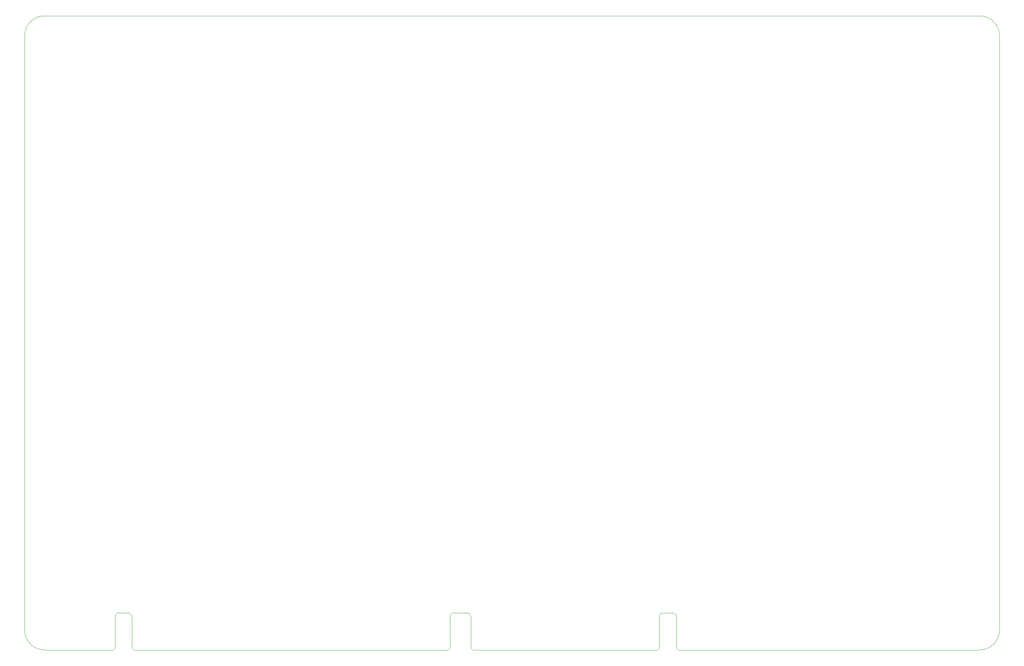
<source format=gm1>
%TF.GenerationSoftware,KiCad,Pcbnew,9.0.7-9.0.7~ubuntu24.04.1*%
%TF.CreationDate,2026-01-20T09:44:04+02:00*%
%TF.ProjectId,Graphics Board,47726170-6869-4637-9320-426f6172642e,V0*%
%TF.SameCoordinates,Original*%
%TF.FileFunction,Profile,NP*%
%FSLAX46Y46*%
G04 Gerber Fmt 4.6, Leading zero omitted, Abs format (unit mm)*
G04 Created by KiCad (PCBNEW 9.0.7-9.0.7~ubuntu24.04.1) date 2026-01-20 09:44:04*
%MOMM*%
%LPD*%
G01*
G04 APERTURE LIST*
%TA.AperFunction,Profile*%
%ADD10C,0.100000*%
%TD*%
G04 APERTURE END LIST*
D10*
X213876000Y-4445001D02*
X136970000Y-4445000D01*
X-29972000Y635000D02*
X-29980000Y152400000D01*
X-29980000Y152400000D02*
G75*
G02*
X-24900000Y157480000I5080002J-2D01*
G01*
X213867999Y157480000D02*
G75*
G02*
X218948000Y152400000I1J-5080000D01*
G01*
X218956000Y634999D02*
G75*
G02*
X213876000Y-4445000I-5080000J1D01*
G01*
X218956000Y634999D02*
X218947999Y152400000D01*
X213867999Y157480000D02*
X-24900000Y157480000D01*
X-7416800Y-4445000D02*
X-24892000Y-4445000D01*
X-24892000Y-4445000D02*
G75*
G02*
X-29972000Y635000I2J5080002D01*
G01*
%TO.C,J5*%
X-6916800Y3968000D02*
X-6916800Y-3945000D01*
X-6916800Y-3945000D02*
X-7416800Y-4445000D01*
X-3606800Y5034799D02*
X-5839752Y5034799D01*
X-2529752Y3968000D02*
X-2529752Y-3945000D01*
X-2529752Y-3945000D02*
X-2029752Y-4445000D01*
X78123248Y-4445000D02*
X-2029752Y-4445000D01*
X78623248Y3955000D02*
X78623248Y-3945000D01*
X78623248Y-3945000D02*
X78123248Y-4445000D01*
X79700296Y5021799D02*
X82880200Y5021799D01*
X83957248Y3955000D02*
X83957248Y-3945000D01*
X83957248Y-3945000D02*
X84457248Y-4445000D01*
X131582248Y-4445000D02*
X84457248Y-4445000D01*
X132082248Y3955000D02*
X132082248Y-3945000D01*
X132082248Y-3945000D02*
X131582248Y-4445000D01*
X133159296Y5021799D02*
X135392248Y5021799D01*
X136469296Y3955000D02*
X136469296Y-3945000D01*
X136469296Y-3945000D02*
X136969296Y-4445000D01*
X-6916800Y3968000D02*
G75*
G02*
X-5839752Y5034799I1071932J-5133D01*
G01*
X-3606800Y5034799D02*
G75*
G02*
X-2529751Y3968000I5130J-1071919D01*
G01*
X78623248Y3955000D02*
G75*
G02*
X79700296Y5021752I1071852J-5100D01*
G01*
X82880200Y5021799D02*
G75*
G02*
X83957299Y3955000I5100J-1071999D01*
G01*
X132082248Y3955000D02*
G75*
G02*
X133159296Y5021752I1071852J-5100D01*
G01*
X135392248Y5021799D02*
G75*
G02*
X136469299Y3955000I5152J-1071899D01*
G01*
%TD*%
M02*

</source>
